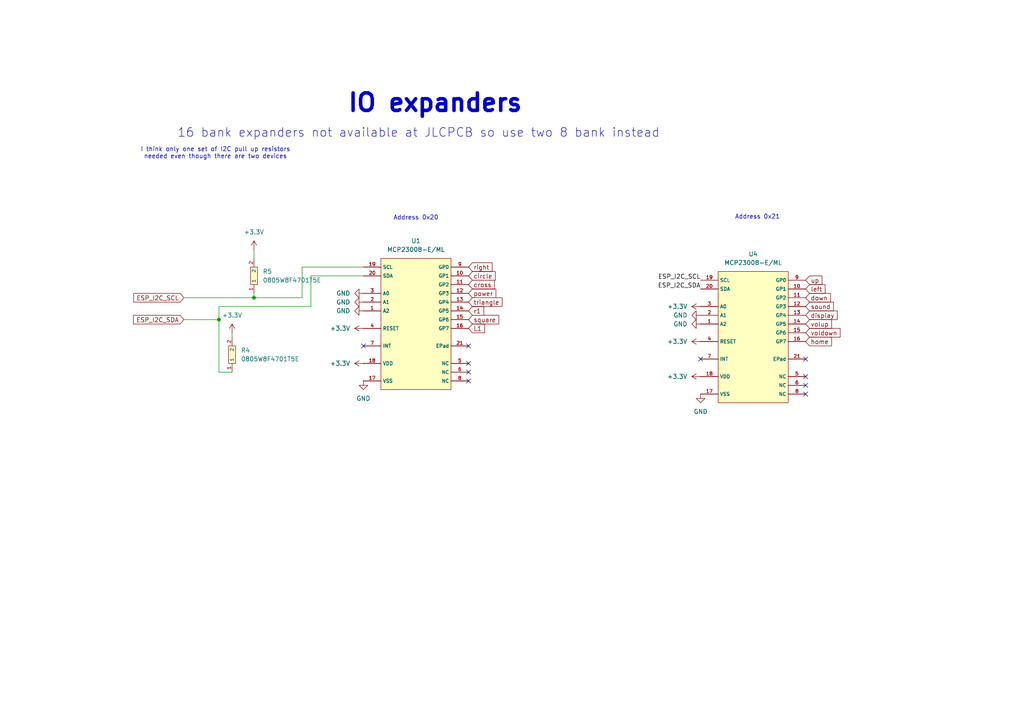
<source format=kicad_sch>
(kicad_sch (version 20231120) (generator "eeschema") (generator_version "8.0")
  (paper "A4")
  (title_block (title "PSP-Bluetooth") (date "2024-07-25") (rev "0.1") (comment 2 "https://github.com/ste2425/PSP-Bluetooth") (comment 4 "UNDER REVIEW - SUBJECT TO CHANGE"))
  (lib_symbols
    (symbol "JLCPCB_schematic:0805W8F4701T5E"
      (property "Reference" "R" (at 0 1.27 0))
      (property "Value" "0805W8F4701T5E" (at 0 -2.54 0))
      (symbol "0805W8F4701T5E_0_1"
        (rectangle (start -2.54 1.016) (end 2.54 -1.016) (fill (type background)))
        (pin input line (at -5.08 0 0) (length 2.54) (name "1") (number "1"))
        (pin input line (at 5.08 0 180) (length 2.54) (name "2") (number "2"))
      )
    )
    (symbol "JLCPCB_schematic:MCP23008-E/ML"
      (property "Reference" "U" (at 0 1.27 0))
      (property "Value" "MCP23008-E{slash}ML" (at 0 -2.54 0))
      (symbol "MCP23008-E/ML_0_1"
        (rectangle (start -10.16 19.05) (end 10.16 -19.05) (fill (type background)))
        (pin unspecified line (at -15.24 3.81 0) (length 5.08) (name "A2") (number "1"))
        (pin bidirectional line (at 15.24 13.97 180) (length 5.08) (name "GP1") (number "10"))
        (pin bidirectional line (at 15.24 11.43 180) (length 5.08) (name "GP2") (number "11"))
        (pin bidirectional line (at 15.24 8.89 180) (length 5.08) (name "GP3") (number "12"))
        (pin bidirectional line (at 15.24 6.35 180) (length 5.08) (name "GP4") (number "13"))
        (pin bidirectional line (at 15.24 3.81 180) (length 5.08) (name "GP5") (number "14"))
        (pin bidirectional line (at 15.24 1.27 180) (length 5.08) (name "GP6") (number "15"))
        (pin bidirectional line (at 15.24 -1.27 180) (length 5.08) (name "GP7") (number "16"))
        (pin power_in line (at -15.24 -16.51 0) (length 5.08) (name "VSS") (number "17"))
        (pin power_in line (at -15.24 -11.43 0) (length 5.08) (name "VDD") (number "18"))
        (pin unspecified line (at -15.24 16.51 0) (length 5.08) (name "SCL") (number "19"))
        (pin unspecified line (at -15.24 6.35 0) (length 5.08) (name "A1") (number "2"))
        (pin bidirectional line (at -15.24 13.97 0) (length 5.08) (name "SDA") (number "20"))
        (pin unspecified line (at 15.24 -6.35 180) (length 5.08) (name "EPad") (number "21"))
        (pin unspecified line (at -15.24 8.89 0) (length 5.08) (name "A0") (number "3"))
        (pin unspecified line (at -15.24 -1.27 0) (length 5.08) (name "RESET") (number "4"))
        (pin unspecified line (at 15.24 -11.43 180) (length 5.08) (name "NC") (number "5"))
        (pin unspecified line (at 15.24 -13.97 180) (length 5.08) (name "NC") (number "6"))
        (pin unspecified line (at -15.24 -6.35 0) (length 5.08) (name "INT") (number "7"))
        (pin unspecified line (at 15.24 -16.51 180) (length 5.08) (name "NC") (number "8"))
        (pin bidirectional line (at 15.24 16.51 180) (length 5.08) (name "GP0") (number "9"))
      )
    )
    (symbol "power:+3.3V" (power) (pin_numbers hide) (pin_names (offset 0) hide)
      (property "Value" "+3.3V" (at 0 3.556 0))
      (symbol "+3.3V_0_1"
        (polyline (pts (xy -0.762 1.27) (xy 0 2.54)))
        (polyline (pts (xy 0 0) (xy 0 2.54)))
        (polyline (pts (xy 0 2.54) (xy 0.762 1.27)))
      )
      (symbol "+3.3V_1_1"
        (pin power_in line (at 0 0 90) (length 0) (name "~") (number "1"))
      )
    )
    (symbol "power:GND" (power) (pin_numbers hide) (pin_names (offset 0) hide)
      (property "Value" "GND" (at 0 -3.81 0))
      (symbol "GND_0_1"
        (polyline (pts (xy 0 0) (xy 0 -1.27) (xy 1.27 -1.27) (xy 0 -2.54) (xy -1.27 -1.27) (xy 0 -1.27)))
      )
      (symbol "GND_1_1"
        (pin power_in line (at 0 0 270) (length 0) (name "~") (number "1"))
      )
    )
  )
  (junction (at 63.5 92.71))
  (junction (at 73.66 86.36))
  (no_connect (at 233.68 111.76))
  (no_connect (at 135.89 100.33))
  (no_connect (at 135.89 105.41))
  (no_connect (at 135.89 107.95))
  (no_connect (at 135.89 110.49))
  (no_connect (at 233.68 104.14))
  (no_connect (at 203.2 104.14))
  (no_connect (at 233.68 109.22))
  (no_connect (at 105.41 100.33))
  (no_connect (at 233.68 114.3))
  (wire (pts (xy 73.66 86.36) (xy 87.63 86.36)))
  (wire (pts (xy 63.5 92.71) (xy 63.5 88.9)))
  (wire (pts (xy 67.31 96.52) (xy 67.31 97.79)))
  (wire (pts (xy 53.34 86.36) (xy 73.66 86.36)))
  (wire (pts (xy 63.5 88.9) (xy 90.17 88.9)))
  (wire (pts (xy 87.63 86.36) (xy 87.63 77.47)))
  (wire (pts (xy 63.5 107.95) (xy 63.5 92.71)))
  (wire (pts (xy 105.41 80.01) (xy 90.17 80.01)))
  (wire (pts (xy 73.66 72.39) (xy 73.66 74.93)))
  (wire (pts (xy 53.34 92.71) (xy 63.5 92.71)))
  (wire (pts (xy 87.63 77.47) (xy 105.41 77.47)))
  (wire (pts (xy 73.66 85.09) (xy 73.66 86.36)))
  (wire (pts (xy 90.17 80.01) (xy 90.17 88.9)))
  (wire (pts (xy 67.31 107.95) (xy 63.5 107.95)))
  (text "Address 0x20" (at 120.65 63.246 0) (effects (font (size 1.27 1.27))))
  (text "16 bank expanders not available at JLCPCB so use two 8 bank instead" (at 121.412 38.608 0) (effects (font (size 2.54 2.54))))
  (text "Address 0x21" (at 219.71 62.992 0) (effects (font (size 1.27 1.27))))
  (text "I think only one set of I2C pull up resistors\nneeded even though there are two devices" (at 62.484 44.45 0) (effects (font (size 1.27 1.27))))
  (text "IO expanders" (at 126.238 29.972 0) (effects (font (size 5.08 5.08) (bold yes))))
  (label "ESP_I2C_SDA" (at 203.2 83.82 180))
  (label "ESP_I2C_SCL" (at 203.2 81.28 180))
  (global_label "r1" (shape input) (at 135.89 90.17 0) (property "Intersheetrefs" "${INTERSHEET_REFS}" (effects (hide yes))))
  (global_label "voldown" (shape input) (at 233.68 96.52 0) (property "Intersheetrefs" "${INTERSHEET_REFS}" (effects (hide yes))))
  (global_label "volup" (shape input) (at 233.68 93.98 0) (property "Intersheetrefs" "${INTERSHEET_REFS}" (effects (hide yes))))
  (global_label "home" (shape input) (at 233.68 99.06 0) (property "Intersheetrefs" "${INTERSHEET_REFS}" (effects (hide yes))))
  (global_label "right" (shape input) (at 135.89 77.47 0) (property "Intersheetrefs" "${INTERSHEET_REFS}" (effects (hide yes))))
  (global_label "circle" (shape input) (at 135.89 80.01 0) (property "Intersheetrefs" "${INTERSHEET_REFS}" (effects (hide yes))))
  (global_label "L1" (shape input) (at 135.89 95.25 0) (property "Intersheetrefs" "${INTERSHEET_REFS}" (effects (hide yes))))
  (global_label "power" (shape input) (at 135.89 85.09 0) (property "Intersheetrefs" "${INTERSHEET_REFS}" (effects (hide yes))))
  (global_label "down" (shape input) (at 233.68 86.36 0) (property "Intersheetrefs" "${INTERSHEET_REFS}" (effects (hide yes))))
  (global_label "square" (shape input) (at 135.89 92.71 0) (property "Intersheetrefs" "${INTERSHEET_REFS}" (effects (hide yes))))
  (global_label "display" (shape input) (at 233.68 91.44 0) (property "Intersheetrefs" "${INTERSHEET_REFS}" (effects (hide yes))))
  (global_label "up" (shape input) (at 233.68 81.28 0) (property "Intersheetrefs" "${INTERSHEET_REFS}" (effects (hide yes))))
  (global_label "left" (shape input) (at 233.68 83.82 0) (property "Intersheetrefs" "${INTERSHEET_REFS}" (effects (hide yes))))
  (global_label "triangle" (shape input) (at 135.89 87.63 0) (property "Intersheetrefs" "${INTERSHEET_REFS}" (effects (hide yes))))
  (global_label "ESP_I2C_SDA" (shape input) (at 53.34 92.71 180) (property "Intersheetrefs" "${INTERSHEET_REFS}" (effects (hide yes))))
  (global_label "ESP_I2C_SCL" (shape input) (at 53.34 86.36 180) (property "Intersheetrefs" "${INTERSHEET_REFS}" (effects (hide yes))))
  (global_label "cross" (shape input) (at 135.89 82.55 0) (property "Intersheetrefs" "${INTERSHEET_REFS}" (effects (hide yes))))
  (global_label "sound" (shape input) (at 233.68 88.9 0) (property "Intersheetrefs" "${INTERSHEET_REFS}" (effects (hide yes))))
  (symbol (lib_id "power:GND") (at 203.2 114.3 0) (unit 1)
    (property "Reference" "#PWR038" (effects (hide yes)))
    (property "Value" "GND" (at 203.2 119.38 0))
    (property "Description" "Power symbol creates a global label with name \"GND\" , ground" (effects (hide yes)))
  )
  (symbol (lib_id "power:+3.3V") (at 73.66 72.39 0) (unit 1)
    (property "Reference" "#PWR012" (effects (hide yes)))
    (property "Value" "+3.3V" (at 73.66 67.31 0))
    (property "Description" "Power symbol creates a global label with name \"+3.3V\"" (effects (hide yes)))
  )
  (symbol (lib_id "power:+3.3V") (at 203.2 88.9 90) (unit 1)
    (property "Reference" "#PWR043" (effects (hide yes)))
    (property "Value" "+3.3V" (at 199.39 88.8999 90) (effects (justify left)))
    (property "Description" "Power symbol creates a global label with name \"+3.3V\"" (effects (hide yes)))
  )
  (symbol (lib_id "power:+3.3V") (at 203.2 99.06 90) (unit 1)
    (property "Reference" "#PWR048" (effects (hide yes)))
    (property "Value" "+3.3V" (at 199.39 99.0599 90) (effects (justify left)))
    (property "Description" "Power symbol creates a global label with name \"+3.3V\"" (effects (hide yes)))
  )
  (symbol (lib_id "power:GND") (at 105.41 90.17 270) (unit 1)
    (property "Reference" "#PWR030" (effects (hide yes)))
    (property "Value" "GND" (at 101.6 90.1699 90) (effects (justify right)))
    (property "Description" "Power symbol creates a global label with name \"GND\" , ground" (effects (hide yes)))
  )
  (symbol (lib_id "JLCPCB_schematic:0805W8F4701T5E") (at 73.66 80.01 90) (unit 1)
    (property "Reference" "R5" (at 76.2 78.7399 90) (effects (justify right)))
    (property "Value" "0805W8F4701T5E" (at 76.2 81.2799 90) (effects (justify right)))
    (property "Footprint" "JLCPCB_footprint:R0805" (effects (hide yes)))
    (property "Datasheet" "https://item.szlcsc.com/142685.html" (effects (hide yes)))
    (property "Description" "4.7K" (effects (hide yes)))
    (property "LCSC" "C17673" (effects (hide yes)))
  )
  (symbol (lib_id "power:GND") (at 105.41 110.49 0) (unit 1)
    (property "Reference" "#PWR050" (effects (hide yes)))
    (property "Value" "GND" (at 105.41 115.57 0))
    (property "Description" "Power symbol creates a global label with name \"GND\" , ground" (effects (hide yes)))
  )
  (symbol (lib_id "power:+3.3V") (at 67.31 96.52 0) (unit 1)
    (property "Reference" "#PWR03" (effects (hide yes)))
    (property "Value" "+3.3V" (at 67.31 91.44 0))
    (property "Description" "Power symbol creates a global label with name \"+3.3V\"" (effects (hide yes)))
  )
  (symbol (lib_id "power:+3.3V") (at 105.41 105.41 90) (unit 1)
    (property "Reference" "#PWR041" (effects (hide yes)))
    (property "Value" "+3.3V" (at 101.6 105.4099 90) (effects (justify left)))
    (property "Description" "Power symbol creates a global label with name \"+3.3V\"" (effects (hide yes)))
  )
  (symbol (lib_id "power:+3.3V") (at 203.2 109.22 90) (unit 1)
    (property "Reference" "#PWR049" (effects (hide yes)))
    (property "Value" "+3.3V" (at 199.39 109.2199 90) (effects (justify left)))
    (property "Description" "Power symbol creates a global label with name \"+3.3V\"" (effects (hide yes)))
  )
  (symbol (lib_id "power:+3.3V") (at 105.41 95.25 90) (unit 1)
    (property "Reference" "#PWR031" (effects (hide yes)))
    (property "Value" "+3.3V" (at 101.6 95.2499 90) (effects (justify left)))
    (property "Description" "Power symbol creates a global label with name \"+3.3V\"" (effects (hide yes)))
  )
  (symbol (lib_id "power:GND") (at 105.41 87.63 270) (unit 1)
    (property "Reference" "#PWR020" (effects (hide yes)))
    (property "Value" "GND" (at 101.6 87.6299 90) (effects (justify right)))
    (property "Description" "Power symbol creates a global label with name \"GND\" , ground" (effects (hide yes)))
  )
  (symbol (lib_id "power:GND") (at 203.2 93.98 270) (unit 1)
    (property "Reference" "#PWR046" (effects (hide yes)))
    (property "Value" "GND" (at 199.39 93.9799 90) (effects (justify right)))
    (property "Description" "Power symbol creates a global label with name \"GND\" , ground" (effects (hide yes)))
  )
  (symbol (lib_id "power:GND") (at 105.41 85.09 270) (unit 1)
    (property "Reference" "#PWR015" (effects (hide yes)))
    (property "Value" "GND" (at 101.6 85.0899 90) (effects (justify right)))
    (property "Description" "Power symbol creates a global label with name \"GND\" , ground" (effects (hide yes)))
  )
  (symbol (lib_id "JLCPCB_schematic:MCP23008-E/ML") (at 120.65 93.98 0) (unit 1)
    (property "Reference" "U1" (at 120.65 69.85 0))
    (property "Value" "MCP23008-E/ML" (at 120.65 72.39 0))
    (property "Footprint" "JLCPCB_footprint:QFN-20_L4.0-W4.0-P0.50-BL-EP2.7" (effects (hide yes)))
    (property "Datasheet" "https://item.szlcsc.com/476102.html" (effects (hide yes)))
    (property "Description" "IO Expander 8pin" (effects (hide yes)))
    (property "LCSC" "C144211" (effects (hide yes)))
  )
  (symbol (lib_id "power:GND") (at 203.2 91.44 270) (unit 1)
    (property "Reference" "#PWR045" (effects (hide yes)))
    (property "Value" "GND" (at 199.39 91.4399 90) (effects (justify right)))
    (property "Description" "Power symbol creates a global label with name \"GND\" , ground" (effects (hide yes)))
  )
  (symbol (lib_id "JLCPCB_schematic:MCP23008-E/ML") (at 218.44 97.79 0) (unit 1)
    (property "Reference" "U4" (at 218.44 73.66 0))
    (property "Value" "MCP23008-E/ML" (at 218.44 76.2 0))
    (property "Footprint" "JLCPCB_footprint:QFN-20_L4.0-W4.0-P0.50-BL-EP2.7" (effects (hide yes)))
    (property "Datasheet" "https://item.szlcsc.com/476102.html" (effects (hide yes)))
    (property "Description" "IO Expander 8pin" (effects (hide yes)))
    (property "LCSC" "C144211" (effects (hide yes)))
  )
  (symbol (lib_id "JLCPCB_schematic:0805W8F4701T5E") (at 67.31 102.87 90) (unit 1)
    (property "Reference" "R4" (at 69.85 101.5999 90) (effects (justify right)))
    (property "Value" "0805W8F4701T5E" (at 69.85 104.1399 90) (effects (justify right)))
    (property "Footprint" "JLCPCB_footprint:R0805" (effects (hide yes)))
    (property "Datasheet" "https://item.szlcsc.com/142685.html" (effects (hide yes)))
    (property "Description" "4.7K" (effects (hide yes)))
    (property "LCSC" "C17673" (effects (hide yes)))
  )
)
</source>
